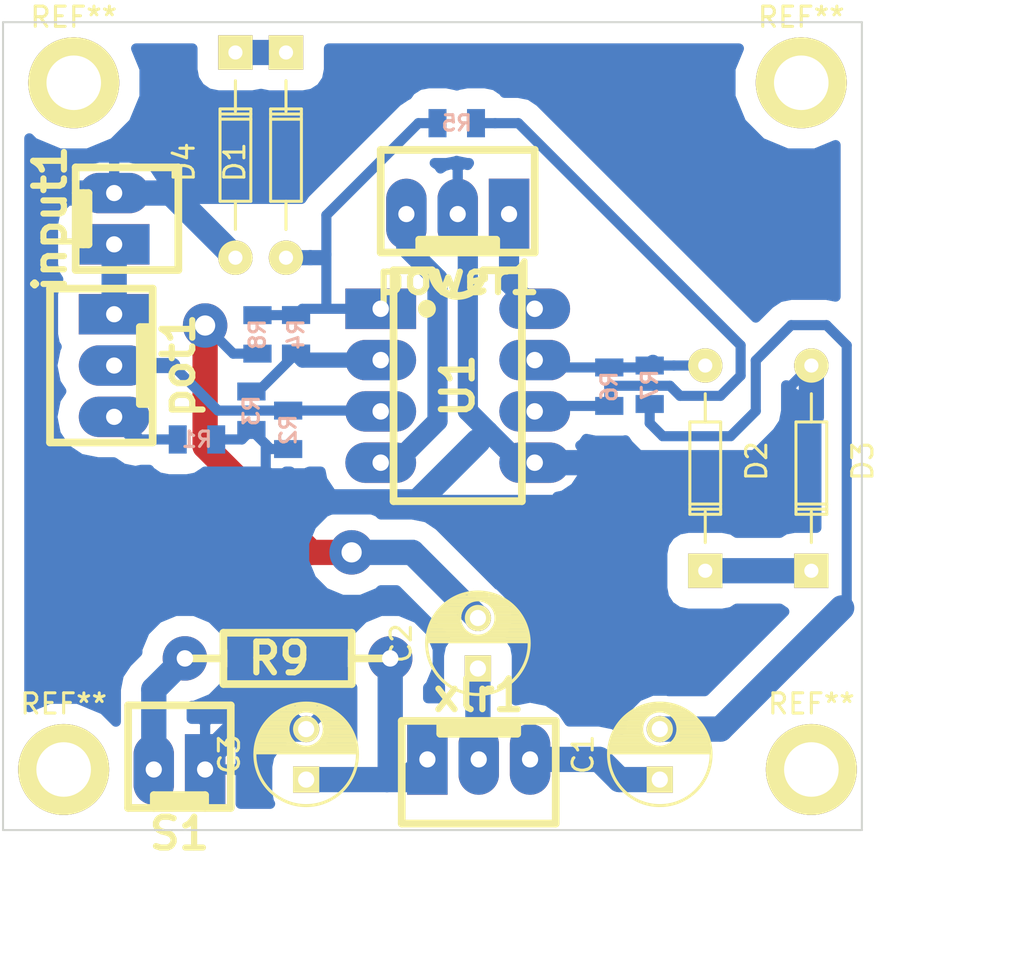
<source format=kicad_pcb>
(kicad_pcb (version 4) (host pcbnew 4.0.0-rc2-stable)

  (general
    (links 35)
    (no_connects 0)
    (area 169.367857 93.625 238.632143 143.700001)
    (thickness 1.6)
    (drawings 8)
    (tracks 127)
    (zones 0)
    (modules 26)
    (nets 19)
  )

  (page A4)
  (layers
    (0 F.Cu signal)
    (31 B.Cu signal)
    (32 B.Adhes user)
    (33 F.Adhes user)
    (34 B.Paste user)
    (35 F.Paste user)
    (36 B.SilkS user)
    (37 F.SilkS user)
    (38 B.Mask user)
    (39 F.Mask user)
    (40 Dwgs.User user)
    (41 Cmts.User user)
    (42 Eco1.User user)
    (43 Eco2.User user hide)
    (44 Edge.Cuts user)
    (45 Margin user)
    (46 B.CrtYd user)
    (47 F.CrtYd user)
    (48 B.Fab user)
    (49 F.Fab user hide)
  )

  (setup
    (last_trace_width 0.25)
    (user_trace_width 0.5)
    (user_trace_width 0.75)
    (user_trace_width 1)
    (user_trace_width 1.25)
    (trace_clearance 0.2)
    (zone_clearance 1)
    (zone_45_only yes)
    (trace_min 0.2)
    (segment_width 0.2)
    (edge_width 0.1)
    (via_size 0.6)
    (via_drill 0.4)
    (via_min_size 0.4)
    (via_min_drill 0.3)
    (user_via 2.2 1)
    (uvia_size 0.3)
    (uvia_drill 0.1)
    (uvias_allowed no)
    (uvia_min_size 0.2)
    (uvia_min_drill 0.1)
    (pcb_text_width 0.3)
    (pcb_text_size 1.5 1.5)
    (mod_edge_width 0.15)
    (mod_text_size 1 1)
    (mod_text_width 0.15)
    (pad_size 1.5 1.5)
    (pad_drill 0.6)
    (pad_to_mask_clearance 0)
    (aux_axis_origin 0 0)
    (visible_elements 7FFEFF7F)
    (pcbplotparams
      (layerselection 0x01000_80000000)
      (usegerberextensions false)
      (excludeedgelayer false)
      (linewidth 0.100000)
      (plotframeref false)
      (viasonmask false)
      (mode 1)
      (useauxorigin false)
      (hpglpennumber 1)
      (hpglpenspeed 20)
      (hpglpendiameter 15)
      (hpglpenoverlay 2)
      (psnegative false)
      (psa4output false)
      (plotreference false)
      (plotvalue false)
      (plotinvisibletext false)
      (padsonsilk false)
      (subtractmaskfromsilk false)
      (outputformat 4)
      (mirror false)
      (drillshape 0)
      (scaleselection 1)
      (outputdirectory ""))
  )

  (net 0 "")
  (net 1 "Net-(C1-Pad1)")
  (net 2 "Net-(C1-Pad2)")
  (net 3 "Net-(C2-Pad1)")
  (net 4 "Net-(C2-Pad2)")
  (net 5 "Net-(C3-Pad1)")
  (net 6 GND)
  (net 7 "Net-(D1-Pad2)")
  (net 8 "Net-(D1-Pad1)")
  (net 9 "Net-(D2-Pad2)")
  (net 10 "Net-(D2-Pad1)")
  (net 11 "Net-(input1-Pad1)")
  (net 12 "Net-(R2-Pad1)")
  (net 13 "Net-(R1-Pad1)")
  (net 14 +V)
  (net 15 -V)
  (net 16 "Net-(R3-Pad1)")
  (net 17 "Net-(R5-Pad1)")
  (net 18 "Net-(R9-Pad1)")

  (net_class Default "This is the default net class."
    (clearance 0.2)
    (trace_width 0.25)
    (via_dia 0.6)
    (via_drill 0.4)
    (uvia_dia 0.3)
    (uvia_drill 0.1)
    (add_net +V)
    (add_net -V)
    (add_net GND)
    (add_net "Net-(C1-Pad1)")
    (add_net "Net-(C1-Pad2)")
    (add_net "Net-(C2-Pad1)")
    (add_net "Net-(C2-Pad2)")
    (add_net "Net-(C3-Pad1)")
    (add_net "Net-(D1-Pad1)")
    (add_net "Net-(D1-Pad2)")
    (add_net "Net-(D2-Pad1)")
    (add_net "Net-(D2-Pad2)")
    (add_net "Net-(R1-Pad1)")
    (add_net "Net-(R2-Pad1)")
    (add_net "Net-(R3-Pad1)")
    (add_net "Net-(R5-Pad1)")
    (add_net "Net-(R9-Pad1)")
    (add_net "Net-(input1-Pad1)")
  )

  (module Capacitors_ThroughHole:C_Radial_D5_L6_P2.5 (layer F.Cu) (tedit 0) (tstamp 56EC438C)
    (at 215 132.5 90)
    (descr "Radial Electrolytic Capacitor Diameter 5mm x Length 6mm, Pitch 2.5mm")
    (tags "Electrolytic Capacitor")
    (path /56EC553D)
    (fp_text reference C1 (at 1.25 -3.8 90) (layer F.SilkS)
      (effects (font (size 1 1) (thickness 0.15)))
    )
    (fp_text value CP (at 1.25 3.8 90) (layer F.Fab)
      (effects (font (size 1 1) (thickness 0.15)))
    )
    (fp_line (start 1.325 -2.499) (end 1.325 2.499) (layer F.SilkS) (width 0.15))
    (fp_line (start 1.465 -2.491) (end 1.465 2.491) (layer F.SilkS) (width 0.15))
    (fp_line (start 1.605 -2.475) (end 1.605 -0.095) (layer F.SilkS) (width 0.15))
    (fp_line (start 1.605 0.095) (end 1.605 2.475) (layer F.SilkS) (width 0.15))
    (fp_line (start 1.745 -2.451) (end 1.745 -0.49) (layer F.SilkS) (width 0.15))
    (fp_line (start 1.745 0.49) (end 1.745 2.451) (layer F.SilkS) (width 0.15))
    (fp_line (start 1.885 -2.418) (end 1.885 -0.657) (layer F.SilkS) (width 0.15))
    (fp_line (start 1.885 0.657) (end 1.885 2.418) (layer F.SilkS) (width 0.15))
    (fp_line (start 2.025 -2.377) (end 2.025 -0.764) (layer F.SilkS) (width 0.15))
    (fp_line (start 2.025 0.764) (end 2.025 2.377) (layer F.SilkS) (width 0.15))
    (fp_line (start 2.165 -2.327) (end 2.165 -0.835) (layer F.SilkS) (width 0.15))
    (fp_line (start 2.165 0.835) (end 2.165 2.327) (layer F.SilkS) (width 0.15))
    (fp_line (start 2.305 -2.266) (end 2.305 -0.879) (layer F.SilkS) (width 0.15))
    (fp_line (start 2.305 0.879) (end 2.305 2.266) (layer F.SilkS) (width 0.15))
    (fp_line (start 2.445 -2.196) (end 2.445 -0.898) (layer F.SilkS) (width 0.15))
    (fp_line (start 2.445 0.898) (end 2.445 2.196) (layer F.SilkS) (width 0.15))
    (fp_line (start 2.585 -2.114) (end 2.585 -0.896) (layer F.SilkS) (width 0.15))
    (fp_line (start 2.585 0.896) (end 2.585 2.114) (layer F.SilkS) (width 0.15))
    (fp_line (start 2.725 -2.019) (end 2.725 -0.871) (layer F.SilkS) (width 0.15))
    (fp_line (start 2.725 0.871) (end 2.725 2.019) (layer F.SilkS) (width 0.15))
    (fp_line (start 2.865 -1.908) (end 2.865 -0.823) (layer F.SilkS) (width 0.15))
    (fp_line (start 2.865 0.823) (end 2.865 1.908) (layer F.SilkS) (width 0.15))
    (fp_line (start 3.005 -1.78) (end 3.005 -0.745) (layer F.SilkS) (width 0.15))
    (fp_line (start 3.005 0.745) (end 3.005 1.78) (layer F.SilkS) (width 0.15))
    (fp_line (start 3.145 -1.631) (end 3.145 -0.628) (layer F.SilkS) (width 0.15))
    (fp_line (start 3.145 0.628) (end 3.145 1.631) (layer F.SilkS) (width 0.15))
    (fp_line (start 3.285 -1.452) (end 3.285 -0.44) (layer F.SilkS) (width 0.15))
    (fp_line (start 3.285 0.44) (end 3.285 1.452) (layer F.SilkS) (width 0.15))
    (fp_line (start 3.425 -1.233) (end 3.425 1.233) (layer F.SilkS) (width 0.15))
    (fp_line (start 3.565 -0.944) (end 3.565 0.944) (layer F.SilkS) (width 0.15))
    (fp_line (start 3.705 -0.472) (end 3.705 0.472) (layer F.SilkS) (width 0.15))
    (fp_circle (center 2.5 0) (end 2.5 -0.9) (layer F.SilkS) (width 0.15))
    (fp_circle (center 1.25 0) (end 1.25 -2.5375) (layer F.SilkS) (width 0.15))
    (fp_circle (center 1.25 0) (end 1.25 -2.8) (layer F.CrtYd) (width 0.05))
    (pad 1 thru_hole rect (at 0 0 90) (size 1.3 1.3) (drill 0.8) (layers *.Cu *.Mask F.SilkS)
      (net 1 "Net-(C1-Pad1)"))
    (pad 2 thru_hole circle (at 2.5 0 90) (size 1.3 1.3) (drill 0.8) (layers *.Cu *.Mask F.SilkS)
      (net 2 "Net-(C1-Pad2)"))
    (model Capacitors_ThroughHole.3dshapes/C_Radial_D5_L6_P2.5.wrl
      (at (xyz 0.0492126 0 0))
      (scale (xyz 1 1 1))
      (rotate (xyz 0 0 90))
    )
  )

  (module Capacitors_ThroughHole:C_Radial_D5_L6_P2.5 (layer F.Cu) (tedit 0) (tstamp 56EC4392)
    (at 206 127 90)
    (descr "Radial Electrolytic Capacitor Diameter 5mm x Length 6mm, Pitch 2.5mm")
    (tags "Electrolytic Capacitor")
    (path /56EC55A6)
    (fp_text reference C2 (at 1.25 -3.8 90) (layer F.SilkS)
      (effects (font (size 1 1) (thickness 0.15)))
    )
    (fp_text value CP (at 1.25 3.8 90) (layer F.Fab)
      (effects (font (size 1 1) (thickness 0.15)))
    )
    (fp_line (start 1.325 -2.499) (end 1.325 2.499) (layer F.SilkS) (width 0.15))
    (fp_line (start 1.465 -2.491) (end 1.465 2.491) (layer F.SilkS) (width 0.15))
    (fp_line (start 1.605 -2.475) (end 1.605 -0.095) (layer F.SilkS) (width 0.15))
    (fp_line (start 1.605 0.095) (end 1.605 2.475) (layer F.SilkS) (width 0.15))
    (fp_line (start 1.745 -2.451) (end 1.745 -0.49) (layer F.SilkS) (width 0.15))
    (fp_line (start 1.745 0.49) (end 1.745 2.451) (layer F.SilkS) (width 0.15))
    (fp_line (start 1.885 -2.418) (end 1.885 -0.657) (layer F.SilkS) (width 0.15))
    (fp_line (start 1.885 0.657) (end 1.885 2.418) (layer F.SilkS) (width 0.15))
    (fp_line (start 2.025 -2.377) (end 2.025 -0.764) (layer F.SilkS) (width 0.15))
    (fp_line (start 2.025 0.764) (end 2.025 2.377) (layer F.SilkS) (width 0.15))
    (fp_line (start 2.165 -2.327) (end 2.165 -0.835) (layer F.SilkS) (width 0.15))
    (fp_line (start 2.165 0.835) (end 2.165 2.327) (layer F.SilkS) (width 0.15))
    (fp_line (start 2.305 -2.266) (end 2.305 -0.879) (layer F.SilkS) (width 0.15))
    (fp_line (start 2.305 0.879) (end 2.305 2.266) (layer F.SilkS) (width 0.15))
    (fp_line (start 2.445 -2.196) (end 2.445 -0.898) (layer F.SilkS) (width 0.15))
    (fp_line (start 2.445 0.898) (end 2.445 2.196) (layer F.SilkS) (width 0.15))
    (fp_line (start 2.585 -2.114) (end 2.585 -0.896) (layer F.SilkS) (width 0.15))
    (fp_line (start 2.585 0.896) (end 2.585 2.114) (layer F.SilkS) (width 0.15))
    (fp_line (start 2.725 -2.019) (end 2.725 -0.871) (layer F.SilkS) (width 0.15))
    (fp_line (start 2.725 0.871) (end 2.725 2.019) (layer F.SilkS) (width 0.15))
    (fp_line (start 2.865 -1.908) (end 2.865 -0.823) (layer F.SilkS) (width 0.15))
    (fp_line (start 2.865 0.823) (end 2.865 1.908) (layer F.SilkS) (width 0.15))
    (fp_line (start 3.005 -1.78) (end 3.005 -0.745) (layer F.SilkS) (width 0.15))
    (fp_line (start 3.005 0.745) (end 3.005 1.78) (layer F.SilkS) (width 0.15))
    (fp_line (start 3.145 -1.631) (end 3.145 -0.628) (layer F.SilkS) (width 0.15))
    (fp_line (start 3.145 0.628) (end 3.145 1.631) (layer F.SilkS) (width 0.15))
    (fp_line (start 3.285 -1.452) (end 3.285 -0.44) (layer F.SilkS) (width 0.15))
    (fp_line (start 3.285 0.44) (end 3.285 1.452) (layer F.SilkS) (width 0.15))
    (fp_line (start 3.425 -1.233) (end 3.425 1.233) (layer F.SilkS) (width 0.15))
    (fp_line (start 3.565 -0.944) (end 3.565 0.944) (layer F.SilkS) (width 0.15))
    (fp_line (start 3.705 -0.472) (end 3.705 0.472) (layer F.SilkS) (width 0.15))
    (fp_circle (center 2.5 0) (end 2.5 -0.9) (layer F.SilkS) (width 0.15))
    (fp_circle (center 1.25 0) (end 1.25 -2.5375) (layer F.SilkS) (width 0.15))
    (fp_circle (center 1.25 0) (end 1.25 -2.8) (layer F.CrtYd) (width 0.05))
    (pad 1 thru_hole rect (at 0 0 90) (size 1.3 1.3) (drill 0.8) (layers *.Cu *.Mask F.SilkS)
      (net 3 "Net-(C2-Pad1)"))
    (pad 2 thru_hole circle (at 2.5 0 90) (size 1.3 1.3) (drill 0.8) (layers *.Cu *.Mask F.SilkS)
      (net 4 "Net-(C2-Pad2)"))
    (model Capacitors_ThroughHole.3dshapes/C_Radial_D5_L6_P2.5.wrl
      (at (xyz 0.0492126 0 0))
      (scale (xyz 1 1 1))
      (rotate (xyz 0 0 90))
    )
  )

  (module Capacitors_ThroughHole:C_Radial_D5_L6_P2.5 (layer F.Cu) (tedit 0) (tstamp 56EC4398)
    (at 197.5 132.5 90)
    (descr "Radial Electrolytic Capacitor Diameter 5mm x Length 6mm, Pitch 2.5mm")
    (tags "Electrolytic Capacitor")
    (path /56EC84E8)
    (fp_text reference C3 (at 1.25 -3.8 90) (layer F.SilkS)
      (effects (font (size 1 1) (thickness 0.15)))
    )
    (fp_text value C (at 1.25 3.8 90) (layer F.Fab)
      (effects (font (size 1 1) (thickness 0.15)))
    )
    (fp_line (start 1.325 -2.499) (end 1.325 2.499) (layer F.SilkS) (width 0.15))
    (fp_line (start 1.465 -2.491) (end 1.465 2.491) (layer F.SilkS) (width 0.15))
    (fp_line (start 1.605 -2.475) (end 1.605 -0.095) (layer F.SilkS) (width 0.15))
    (fp_line (start 1.605 0.095) (end 1.605 2.475) (layer F.SilkS) (width 0.15))
    (fp_line (start 1.745 -2.451) (end 1.745 -0.49) (layer F.SilkS) (width 0.15))
    (fp_line (start 1.745 0.49) (end 1.745 2.451) (layer F.SilkS) (width 0.15))
    (fp_line (start 1.885 -2.418) (end 1.885 -0.657) (layer F.SilkS) (width 0.15))
    (fp_line (start 1.885 0.657) (end 1.885 2.418) (layer F.SilkS) (width 0.15))
    (fp_line (start 2.025 -2.377) (end 2.025 -0.764) (layer F.SilkS) (width 0.15))
    (fp_line (start 2.025 0.764) (end 2.025 2.377) (layer F.SilkS) (width 0.15))
    (fp_line (start 2.165 -2.327) (end 2.165 -0.835) (layer F.SilkS) (width 0.15))
    (fp_line (start 2.165 0.835) (end 2.165 2.327) (layer F.SilkS) (width 0.15))
    (fp_line (start 2.305 -2.266) (end 2.305 -0.879) (layer F.SilkS) (width 0.15))
    (fp_line (start 2.305 0.879) (end 2.305 2.266) (layer F.SilkS) (width 0.15))
    (fp_line (start 2.445 -2.196) (end 2.445 -0.898) (layer F.SilkS) (width 0.15))
    (fp_line (start 2.445 0.898) (end 2.445 2.196) (layer F.SilkS) (width 0.15))
    (fp_line (start 2.585 -2.114) (end 2.585 -0.896) (layer F.SilkS) (width 0.15))
    (fp_line (start 2.585 0.896) (end 2.585 2.114) (layer F.SilkS) (width 0.15))
    (fp_line (start 2.725 -2.019) (end 2.725 -0.871) (layer F.SilkS) (width 0.15))
    (fp_line (start 2.725 0.871) (end 2.725 2.019) (layer F.SilkS) (width 0.15))
    (fp_line (start 2.865 -1.908) (end 2.865 -0.823) (layer F.SilkS) (width 0.15))
    (fp_line (start 2.865 0.823) (end 2.865 1.908) (layer F.SilkS) (width 0.15))
    (fp_line (start 3.005 -1.78) (end 3.005 -0.745) (layer F.SilkS) (width 0.15))
    (fp_line (start 3.005 0.745) (end 3.005 1.78) (layer F.SilkS) (width 0.15))
    (fp_line (start 3.145 -1.631) (end 3.145 -0.628) (layer F.SilkS) (width 0.15))
    (fp_line (start 3.145 0.628) (end 3.145 1.631) (layer F.SilkS) (width 0.15))
    (fp_line (start 3.285 -1.452) (end 3.285 -0.44) (layer F.SilkS) (width 0.15))
    (fp_line (start 3.285 0.44) (end 3.285 1.452) (layer F.SilkS) (width 0.15))
    (fp_line (start 3.425 -1.233) (end 3.425 1.233) (layer F.SilkS) (width 0.15))
    (fp_line (start 3.565 -0.944) (end 3.565 0.944) (layer F.SilkS) (width 0.15))
    (fp_line (start 3.705 -0.472) (end 3.705 0.472) (layer F.SilkS) (width 0.15))
    (fp_circle (center 2.5 0) (end 2.5 -0.9) (layer F.SilkS) (width 0.15))
    (fp_circle (center 1.25 0) (end 1.25 -2.5375) (layer F.SilkS) (width 0.15))
    (fp_circle (center 1.25 0) (end 1.25 -2.8) (layer F.CrtYd) (width 0.05))
    (pad 1 thru_hole rect (at 0 0 90) (size 1.3 1.3) (drill 0.8) (layers *.Cu *.Mask F.SilkS)
      (net 5 "Net-(C3-Pad1)"))
    (pad 2 thru_hole circle (at 2.5 0 90) (size 1.3 1.3) (drill 0.8) (layers *.Cu *.Mask F.SilkS)
      (net 6 GND))
    (model Capacitors_ThroughHole.3dshapes/C_Radial_D5_L6_P2.5.wrl
      (at (xyz 0.0492126 0 0))
      (scale (xyz 1 1 1))
      (rotate (xyz 0 0 90))
    )
  )

  (module Diodes_ThroughHole:Diode_DO-35_SOD27_Horizontal_RM10 (layer F.Cu) (tedit 552FFC30) (tstamp 56EC439E)
    (at 196.5 96.5 270)
    (descr "Diode, DO-35,  SOD27, Horizontal, RM 10mm")
    (tags "Diode, DO-35, SOD27, Horizontal, RM 10mm, 1N4148,")
    (path /56EC6565)
    (fp_text reference D1 (at 5.43052 2.53746 270) (layer F.SilkS)
      (effects (font (size 1 1) (thickness 0.15)))
    )
    (fp_text value ZENERsmall (at 4.41452 -3.55854 270) (layer F.Fab)
      (effects (font (size 1 1) (thickness 0.15)))
    )
    (fp_line (start 7.36652 -0.00254) (end 8.76352 -0.00254) (layer F.SilkS) (width 0.15))
    (fp_line (start 2.92152 -0.00254) (end 1.39752 -0.00254) (layer F.SilkS) (width 0.15))
    (fp_line (start 3.30252 -0.76454) (end 3.30252 0.75946) (layer F.SilkS) (width 0.15))
    (fp_line (start 3.04852 -0.76454) (end 3.04852 0.75946) (layer F.SilkS) (width 0.15))
    (fp_line (start 2.79452 -0.00254) (end 2.79452 0.75946) (layer F.SilkS) (width 0.15))
    (fp_line (start 2.79452 0.75946) (end 7.36652 0.75946) (layer F.SilkS) (width 0.15))
    (fp_line (start 7.36652 0.75946) (end 7.36652 -0.76454) (layer F.SilkS) (width 0.15))
    (fp_line (start 7.36652 -0.76454) (end 2.79452 -0.76454) (layer F.SilkS) (width 0.15))
    (fp_line (start 2.79452 -0.76454) (end 2.79452 -0.00254) (layer F.SilkS) (width 0.15))
    (pad 2 thru_hole circle (at 10.16052 -0.00254 90) (size 1.69926 1.69926) (drill 0.70104) (layers *.Cu *.Mask F.SilkS)
      (net 7 "Net-(D1-Pad2)"))
    (pad 1 thru_hole rect (at 0.00052 -0.00254 90) (size 1.69926 1.69926) (drill 0.70104) (layers *.Cu *.Mask F.SilkS)
      (net 8 "Net-(D1-Pad1)"))
    (model Diodes_ThroughHole.3dshapes/Diode_DO-35_SOD27_Horizontal_RM10.wrl
      (at (xyz 0.2 0 0))
      (scale (xyz 0.4 0.4 0.4))
      (rotate (xyz 0 0 180))
    )
  )

  (module Diodes_ThroughHole:Diode_DO-35_SOD27_Horizontal_RM10 (layer F.Cu) (tedit 552FFC30) (tstamp 56EC43A4)
    (at 217.25254 122.16052 90)
    (descr "Diode, DO-35,  SOD27, Horizontal, RM 10mm")
    (tags "Diode, DO-35, SOD27, Horizontal, RM 10mm, 1N4148,")
    (path /56EC661F)
    (fp_text reference D2 (at 5.43052 2.53746 90) (layer F.SilkS)
      (effects (font (size 1 1) (thickness 0.15)))
    )
    (fp_text value ZENERsmall (at 4.41452 -3.55854 90) (layer F.Fab)
      (effects (font (size 1 1) (thickness 0.15)))
    )
    (fp_line (start 7.36652 -0.00254) (end 8.76352 -0.00254) (layer F.SilkS) (width 0.15))
    (fp_line (start 2.92152 -0.00254) (end 1.39752 -0.00254) (layer F.SilkS) (width 0.15))
    (fp_line (start 3.30252 -0.76454) (end 3.30252 0.75946) (layer F.SilkS) (width 0.15))
    (fp_line (start 3.04852 -0.76454) (end 3.04852 0.75946) (layer F.SilkS) (width 0.15))
    (fp_line (start 2.79452 -0.00254) (end 2.79452 0.75946) (layer F.SilkS) (width 0.15))
    (fp_line (start 2.79452 0.75946) (end 7.36652 0.75946) (layer F.SilkS) (width 0.15))
    (fp_line (start 7.36652 0.75946) (end 7.36652 -0.76454) (layer F.SilkS) (width 0.15))
    (fp_line (start 7.36652 -0.76454) (end 2.79452 -0.76454) (layer F.SilkS) (width 0.15))
    (fp_line (start 2.79452 -0.76454) (end 2.79452 -0.00254) (layer F.SilkS) (width 0.15))
    (pad 2 thru_hole circle (at 10.16052 -0.00254 270) (size 1.69926 1.69926) (drill 0.70104) (layers *.Cu *.Mask F.SilkS)
      (net 9 "Net-(D2-Pad2)"))
    (pad 1 thru_hole rect (at 0.00052 -0.00254 270) (size 1.69926 1.69926) (drill 0.70104) (layers *.Cu *.Mask F.SilkS)
      (net 10 "Net-(D2-Pad1)"))
    (model Diodes_ThroughHole.3dshapes/Diode_DO-35_SOD27_Horizontal_RM10.wrl
      (at (xyz 0.2 0 0))
      (scale (xyz 0.4 0.4 0.4))
      (rotate (xyz 0 0 180))
    )
  )

  (module Diodes_ThroughHole:Diode_DO-35_SOD27_Horizontal_RM10 (layer F.Cu) (tedit 552FFC30) (tstamp 56EC43AA)
    (at 222.50254 122.16052 90)
    (descr "Diode, DO-35,  SOD27, Horizontal, RM 10mm")
    (tags "Diode, DO-35, SOD27, Horizontal, RM 10mm, 1N4148,")
    (path /56EC65C2)
    (fp_text reference D3 (at 5.43052 2.53746 90) (layer F.SilkS)
      (effects (font (size 1 1) (thickness 0.15)))
    )
    (fp_text value ZENERsmall (at 4.41452 -3.55854 90) (layer F.Fab)
      (effects (font (size 1 1) (thickness 0.15)))
    )
    (fp_line (start 7.36652 -0.00254) (end 8.76352 -0.00254) (layer F.SilkS) (width 0.15))
    (fp_line (start 2.92152 -0.00254) (end 1.39752 -0.00254) (layer F.SilkS) (width 0.15))
    (fp_line (start 3.30252 -0.76454) (end 3.30252 0.75946) (layer F.SilkS) (width 0.15))
    (fp_line (start 3.04852 -0.76454) (end 3.04852 0.75946) (layer F.SilkS) (width 0.15))
    (fp_line (start 2.79452 -0.00254) (end 2.79452 0.75946) (layer F.SilkS) (width 0.15))
    (fp_line (start 2.79452 0.75946) (end 7.36652 0.75946) (layer F.SilkS) (width 0.15))
    (fp_line (start 7.36652 0.75946) (end 7.36652 -0.76454) (layer F.SilkS) (width 0.15))
    (fp_line (start 7.36652 -0.76454) (end 2.79452 -0.76454) (layer F.SilkS) (width 0.15))
    (fp_line (start 2.79452 -0.76454) (end 2.79452 -0.00254) (layer F.SilkS) (width 0.15))
    (pad 2 thru_hole circle (at 10.16052 -0.00254 270) (size 1.69926 1.69926) (drill 0.70104) (layers *.Cu *.Mask F.SilkS)
      (net 6 GND))
    (pad 1 thru_hole rect (at 0.00052 -0.00254 270) (size 1.69926 1.69926) (drill 0.70104) (layers *.Cu *.Mask F.SilkS)
      (net 10 "Net-(D2-Pad1)"))
    (model Diodes_ThroughHole.3dshapes/Diode_DO-35_SOD27_Horizontal_RM10.wrl
      (at (xyz 0.2 0 0))
      (scale (xyz 0.4 0.4 0.4))
      (rotate (xyz 0 0 180))
    )
  )

  (module Diodes_ThroughHole:Diode_DO-35_SOD27_Horizontal_RM10 (layer F.Cu) (tedit 552FFC30) (tstamp 56EC43B0)
    (at 193.99746 96.49948 270)
    (descr "Diode, DO-35,  SOD27, Horizontal, RM 10mm")
    (tags "Diode, DO-35, SOD27, Horizontal, RM 10mm, 1N4148,")
    (path /56EC64FE)
    (fp_text reference D4 (at 5.43052 2.53746 270) (layer F.SilkS)
      (effects (font (size 1 1) (thickness 0.15)))
    )
    (fp_text value ZENERsmall (at 4.41452 -3.55854 270) (layer F.Fab)
      (effects (font (size 1 1) (thickness 0.15)))
    )
    (fp_line (start 7.36652 -0.00254) (end 8.76352 -0.00254) (layer F.SilkS) (width 0.15))
    (fp_line (start 2.92152 -0.00254) (end 1.39752 -0.00254) (layer F.SilkS) (width 0.15))
    (fp_line (start 3.30252 -0.76454) (end 3.30252 0.75946) (layer F.SilkS) (width 0.15))
    (fp_line (start 3.04852 -0.76454) (end 3.04852 0.75946) (layer F.SilkS) (width 0.15))
    (fp_line (start 2.79452 -0.00254) (end 2.79452 0.75946) (layer F.SilkS) (width 0.15))
    (fp_line (start 2.79452 0.75946) (end 7.36652 0.75946) (layer F.SilkS) (width 0.15))
    (fp_line (start 7.36652 0.75946) (end 7.36652 -0.76454) (layer F.SilkS) (width 0.15))
    (fp_line (start 7.36652 -0.76454) (end 2.79452 -0.76454) (layer F.SilkS) (width 0.15))
    (fp_line (start 2.79452 -0.76454) (end 2.79452 -0.00254) (layer F.SilkS) (width 0.15))
    (pad 2 thru_hole circle (at 10.16052 -0.00254 90) (size 1.69926 1.69926) (drill 0.70104) (layers *.Cu *.Mask F.SilkS)
      (net 6 GND))
    (pad 1 thru_hole rect (at 0.00052 -0.00254 90) (size 1.69926 1.69926) (drill 0.70104) (layers *.Cu *.Mask F.SilkS)
      (net 8 "Net-(D1-Pad1)"))
    (model Diodes_ThroughHole.3dshapes/Diode_DO-35_SOD27_Horizontal_RM10.wrl
      (at (xyz 0.2 0 0))
      (scale (xyz 0.4 0.4 0.4))
      (rotate (xyz 0 0 180))
    )
  )

  (module Konektori:K_2X1_VERT_KV_R2,54 (layer F.Cu) (tedit 4D63AB52) (tstamp 56EC43B6)
    (at 188 104.73 90)
    (descr "Konektor 2x1 vertikalni sa kvačicom. Raster = 2,54. Molex model: 6373.")
    (path /56EC36EE)
    (fp_text reference input1 (at 0 -3.175 90) (layer F.SilkS)
      (effects (font (thickness 0.3048)))
    )
    (fp_text value CONN_01X02 (at 0 4.445 90) (layer F.SilkS) hide
      (effects (font (thickness 0.3048)))
    )
    (fp_line (start 1.27 -1.778) (end -1.27 -1.778) (layer F.SilkS) (width 0.381))
    (fp_line (start -1.27 -1.524) (end 1.27 -1.524) (layer F.SilkS) (width 0.381))
    (fp_line (start -1.27 -1.905) (end -1.27 -1.27) (layer F.SilkS) (width 0.381))
    (fp_line (start -1.27 -1.27) (end 1.27 -1.27) (layer F.SilkS) (width 0.381))
    (fp_line (start 1.27 -1.27) (end 1.27 -1.905) (layer F.SilkS) (width 0.381))
    (fp_line (start -2.54 3.175) (end 2.54 3.175) (layer F.SilkS) (width 0.381))
    (fp_line (start -2.54 -1.905) (end 2.54 -1.905) (layer F.SilkS) (width 0.381))
    (fp_line (start 2.54 -1.905) (end 2.54 3.175) (layer F.SilkS) (width 0.381))
    (fp_line (start -2.54 3.175) (end -2.54 -1.905) (layer F.SilkS) (width 0.381))
    (pad 1 thru_hole rect (at -1.27 0 90) (size 1.99898 3.50012) (drill 0.8001) (layers *.Cu)
      (net 11 "Net-(input1-Pad1)"))
    (pad 2 thru_hole oval (at 1.27 0 90) (size 1.99898 3.50012) (drill 0.8001) (layers *.Cu)
      (net 6 GND))
    (model pin_array/pins_array_2x1.wrl
      (at (xyz 0 0 0))
      (scale (xyz 1 1 1))
      (rotate (xyz 0 0 0))
    )
  )

  (module Konektori:K_3X1_VERT_KV_R2,54 (layer F.Cu) (tedit 50106C9F) (tstamp 56EC43BD)
    (at 188 112 270)
    (descr "Konektor 3x1 vertikalni sa kvačicom. Raster = 2,54. Molex model: 6373.")
    (path /56EC3729)
    (fp_text reference pot1 (at 0 -3.175 270) (layer F.SilkS)
      (effects (font (thickness 0.3048)))
    )
    (fp_text value POT (at 0 4.445 270) (layer F.SilkS) hide
      (effects (font (thickness 0.3048)))
    )
    (fp_line (start 1.778 -1.778) (end -1.778 -1.778) (layer F.SilkS) (width 0.381))
    (fp_line (start -1.778 -1.524) (end 1.778 -1.524) (layer F.SilkS) (width 0.381))
    (fp_line (start -1.905 -1.905) (end -1.905 -1.27) (layer F.SilkS) (width 0.381))
    (fp_line (start -1.905 -1.27) (end 1.905 -1.27) (layer F.SilkS) (width 0.381))
    (fp_line (start 1.905 -1.27) (end 1.905 -1.905) (layer F.SilkS) (width 0.381))
    (fp_line (start -3.81 3.175) (end -3.81 -1.905) (layer F.SilkS) (width 0.381))
    (fp_line (start 3.81 -1.905) (end 3.81 3.175) (layer F.SilkS) (width 0.381))
    (fp_line (start -3.81 -1.905) (end 3.81 -1.905) (layer F.SilkS) (width 0.381))
    (fp_line (start -3.81 3.175) (end 3.81 3.175) (layer F.SilkS) (width 0.381))
    (pad 1 thru_hole rect (at -2.54 0 270) (size 1.99898 3.50012) (drill 0.8001) (layers *.Cu)
      (net 11 "Net-(input1-Pad1)"))
    (pad 2 thru_hole oval (at 0 0 270) (size 1.99898 3.50012) (drill 0.8001) (layers *.Cu)
      (net 12 "Net-(R2-Pad1)"))
    (pad 3 thru_hole oval (at 2.54 0 270) (size 1.99898 3.50012) (drill 0.8001) (layers *.Cu)
      (net 13 "Net-(R1-Pad1)"))
    (model pin_array/pins_array_3x1.wrl
      (at (xyz 0 0 0))
      (scale (xyz 1 1 1))
      (rotate (xyz 0 0 0))
    )
  )

  (module Konektori:K_3X1_VERT_KV_R2,54 (layer F.Cu) (tedit 50106C9F) (tstamp 56EC43C4)
    (at 205 104.5 180)
    (descr "Konektor 3x1 vertikalni sa kvačicom. Raster = 2,54. Molex model: 6373.")
    (path /56ECA2A9)
    (fp_text reference power1 (at 0 -3.175 180) (layer F.SilkS)
      (effects (font (thickness 0.3048)))
    )
    (fp_text value K_3X1 (at 0 4.445 180) (layer F.SilkS) hide
      (effects (font (thickness 0.3048)))
    )
    (fp_line (start 1.778 -1.778) (end -1.778 -1.778) (layer F.SilkS) (width 0.381))
    (fp_line (start -1.778 -1.524) (end 1.778 -1.524) (layer F.SilkS) (width 0.381))
    (fp_line (start -1.905 -1.905) (end -1.905 -1.27) (layer F.SilkS) (width 0.381))
    (fp_line (start -1.905 -1.27) (end 1.905 -1.27) (layer F.SilkS) (width 0.381))
    (fp_line (start 1.905 -1.27) (end 1.905 -1.905) (layer F.SilkS) (width 0.381))
    (fp_line (start -3.81 3.175) (end -3.81 -1.905) (layer F.SilkS) (width 0.381))
    (fp_line (start 3.81 -1.905) (end 3.81 3.175) (layer F.SilkS) (width 0.381))
    (fp_line (start -3.81 -1.905) (end 3.81 -1.905) (layer F.SilkS) (width 0.381))
    (fp_line (start -3.81 3.175) (end 3.81 3.175) (layer F.SilkS) (width 0.381))
    (pad 1 thru_hole rect (at -2.54 0 180) (size 1.99898 3.50012) (drill 0.8001) (layers *.Cu)
      (net 14 +V))
    (pad 2 thru_hole oval (at 0 0 180) (size 1.99898 3.50012) (drill 0.8001) (layers *.Cu)
      (net 6 GND))
    (pad 3 thru_hole oval (at 2.54 0 180) (size 1.99898 3.50012) (drill 0.8001) (layers *.Cu)
      (net 15 -V))
    (model pin_array/pins_array_3x1.wrl
      (at (xyz 0 0 0))
      (scale (xyz 1 1 1))
      (rotate (xyz 0 0 0))
    )
  )

  (module "Elektronicki elementi:R_SMD_0805_NoSilk" (layer B.Cu) (tedit 53A2E750) (tstamp 56EC43CA)
    (at 192.0975 115.66)
    (path /56EC383D)
    (attr smd)
    (fp_text reference R1 (at 0 0) (layer B.SilkS)
      (effects (font (size 0.762 0.762) (thickness 0.1524)) (justify mirror))
    )
    (fp_text value R (at 0 0) (layer B.SilkS) hide
      (effects (font (size 0.635 0.635) (thickness 0.127)) (justify mirror))
    )
    (pad 1 smd rect (at -0.9525 0) (size 0.889 1.397) (layers B.Cu B.Paste B.Mask)
      (net 13 "Net-(R1-Pad1)"))
    (pad 2 smd rect (at 0.9525 0) (size 0.889 1.397) (layers B.Cu B.Paste B.Mask)
      (net 6 GND))
    (model smd/chip_cms.wrl
      (at (xyz 0 0 0))
      (scale (xyz 0.1 0.1 0.1))
      (rotate (xyz 0 0 0))
    )
  )

  (module "Elektronicki elementi:R_SMD_0805_NoSilk" (layer B.Cu) (tedit 53A2E750) (tstamp 56EC43D0)
    (at 196.61 115.1825 270)
    (path /56EC38B6)
    (attr smd)
    (fp_text reference R2 (at 0 0 270) (layer B.SilkS)
      (effects (font (size 0.762 0.762) (thickness 0.1524)) (justify mirror))
    )
    (fp_text value R (at 0 0 270) (layer B.SilkS) hide
      (effects (font (size 0.635 0.635) (thickness 0.127)) (justify mirror))
    )
    (pad 1 smd rect (at -0.9525 0 270) (size 0.889 1.397) (layers B.Cu B.Paste B.Mask)
      (net 12 "Net-(R2-Pad1)"))
    (pad 2 smd rect (at 0.9525 0 270) (size 0.889 1.397) (layers B.Cu B.Paste B.Mask)
      (net 6 GND))
    (model smd/chip_cms.wrl
      (at (xyz 0 0 0))
      (scale (xyz 0.1 0.1 0.1))
      (rotate (xyz 0 0 0))
    )
  )

  (module "Elektronicki elementi:R_SMD_0805_NoSilk" (layer B.Cu) (tedit 53A2E750) (tstamp 56EC43D6)
    (at 194.79 114.2375 270)
    (path /56EC390F)
    (attr smd)
    (fp_text reference R3 (at 0 0 270) (layer B.SilkS)
      (effects (font (size 0.762 0.762) (thickness 0.1524)) (justify mirror))
    )
    (fp_text value R (at 0 0 270) (layer B.SilkS) hide
      (effects (font (size 0.635 0.635) (thickness 0.127)) (justify mirror))
    )
    (pad 1 smd rect (at -0.9525 0 270) (size 0.889 1.397) (layers B.Cu B.Paste B.Mask)
      (net 16 "Net-(R3-Pad1)"))
    (pad 2 smd rect (at 0.9525 0 270) (size 0.889 1.397) (layers B.Cu B.Paste B.Mask)
      (net 6 GND))
    (model smd/chip_cms.wrl
      (at (xyz 0 0 0))
      (scale (xyz 0.1 0.1 0.1))
      (rotate (xyz 0 0 0))
    )
  )

  (module "Elektronicki elementi:R_SMD_0805_NoSilk" (layer B.Cu) (tedit 53A2E750) (tstamp 56EC43DC)
    (at 197 110.4525 270)
    (path /56EC3970)
    (attr smd)
    (fp_text reference R4 (at 0 0 270) (layer B.SilkS)
      (effects (font (size 0.762 0.762) (thickness 0.1524)) (justify mirror))
    )
    (fp_text value R (at 0 0 270) (layer B.SilkS) hide
      (effects (font (size 0.635 0.635) (thickness 0.127)) (justify mirror))
    )
    (pad 1 smd rect (at -0.9525 0 270) (size 0.889 1.397) (layers B.Cu B.Paste B.Mask)
      (net 7 "Net-(D1-Pad2)"))
    (pad 2 smd rect (at 0.9525 0 270) (size 0.889 1.397) (layers B.Cu B.Paste B.Mask)
      (net 16 "Net-(R3-Pad1)"))
    (model smd/chip_cms.wrl
      (at (xyz 0 0 0))
      (scale (xyz 0.1 0.1 0.1))
      (rotate (xyz 0 0 0))
    )
  )

  (module "Elektronicki elementi:R_SMD_0805_NoSilk" (layer B.Cu) (tedit 53A2E750) (tstamp 56EC43E2)
    (at 204.9525 100 180)
    (path /56EC3CF6)
    (attr smd)
    (fp_text reference R5 (at 0 0 180) (layer B.SilkS)
      (effects (font (size 0.762 0.762) (thickness 0.1524)) (justify mirror))
    )
    (fp_text value R_Small (at 0 0 180) (layer B.SilkS) hide
      (effects (font (size 0.635 0.635) (thickness 0.127)) (justify mirror))
    )
    (pad 1 smd rect (at -0.9525 0 180) (size 0.889 1.397) (layers B.Cu B.Paste B.Mask)
      (net 17 "Net-(R5-Pad1)"))
    (pad 2 smd rect (at 0.9525 0 180) (size 0.889 1.397) (layers B.Cu B.Paste B.Mask)
      (net 7 "Net-(D1-Pad2)"))
    (model smd/chip_cms.wrl
      (at (xyz 0 0 0))
      (scale (xyz 0.1 0.1 0.1))
      (rotate (xyz 0 0 0))
    )
  )

  (module "Elektronicki elementi:R_SMD_0805_NoSilk" (layer B.Cu) (tedit 53A2E750) (tstamp 56EC43E8)
    (at 212.5 113.0475 270)
    (path /56EC3D64)
    (attr smd)
    (fp_text reference R6 (at 0 0 270) (layer B.SilkS)
      (effects (font (size 0.762 0.762) (thickness 0.1524)) (justify mirror))
    )
    (fp_text value R_Small (at 0 0 270) (layer B.SilkS) hide
      (effects (font (size 0.635 0.635) (thickness 0.127)) (justify mirror))
    )
    (pad 1 smd rect (at -0.9525 0 270) (size 0.889 1.397) (layers B.Cu B.Paste B.Mask)
      (net 9 "Net-(D2-Pad2)"))
    (pad 2 smd rect (at 0.9525 0 270) (size 0.889 1.397) (layers B.Cu B.Paste B.Mask)
      (net 17 "Net-(R5-Pad1)"))
    (model smd/chip_cms.wrl
      (at (xyz 0 0 0))
      (scale (xyz 0.1 0.1 0.1))
      (rotate (xyz 0 0 0))
    )
  )

  (module "Elektronicki elementi:R_SMD_0805_NoSilk" (layer B.Cu) (tedit 53A2E750) (tstamp 56EC43EE)
    (at 214.5 112.9525 90)
    (path /56EC3E89)
    (attr smd)
    (fp_text reference R7 (at 0 0 90) (layer B.SilkS)
      (effects (font (size 0.762 0.762) (thickness 0.1524)) (justify mirror))
    )
    (fp_text value R_Small (at 0 0 90) (layer B.SilkS) hide
      (effects (font (size 0.635 0.635) (thickness 0.127)) (justify mirror))
    )
    (pad 1 smd rect (at -0.9525 0 90) (size 0.889 1.397) (layers B.Cu B.Paste B.Mask)
      (net 2 "Net-(C1-Pad2)"))
    (pad 2 smd rect (at 0.9525 0 90) (size 0.889 1.397) (layers B.Cu B.Paste B.Mask)
      (net 9 "Net-(D2-Pad2)"))
    (model smd/chip_cms.wrl
      (at (xyz 0 0 0))
      (scale (xyz 0.1 0.1 0.1))
      (rotate (xyz 0 0 0))
    )
  )

  (module "Elektronicki elementi:R_SMD_0805_NoSilk" (layer B.Cu) (tedit 53A2E750) (tstamp 56EC43F4)
    (at 195.09 110.4575 90)
    (path /56EC3EE4)
    (attr smd)
    (fp_text reference R8 (at 0 0 90) (layer B.SilkS)
      (effects (font (size 0.762 0.762) (thickness 0.1524)) (justify mirror))
    )
    (fp_text value R_Small (at 0 0 90) (layer B.SilkS) hide
      (effects (font (size 0.635 0.635) (thickness 0.127)) (justify mirror))
    )
    (pad 1 smd rect (at -0.9525 0 90) (size 0.889 1.397) (layers B.Cu B.Paste B.Mask)
      (net 4 "Net-(C2-Pad2)"))
    (pad 2 smd rect (at 0.9525 0 90) (size 0.889 1.397) (layers B.Cu B.Paste B.Mask)
      (net 7 "Net-(D1-Pad2)"))
    (model smd/chip_cms.wrl
      (at (xyz 0 0 0))
      (scale (xyz 0.1 0.1 0.1))
      (rotate (xyz 0 0 0))
    )
  )

  (module "Elektronicki elementi:R_MF_0,6W_R10" (layer F.Cu) (tedit 5355750D) (tstamp 56EC43FA)
    (at 196.58 126.5)
    (descr "Otpornik metalfilm 0,6W. Raster = 10,16.")
    (path /56EC3F47)
    (fp_text reference R9 (at -0.42 0) (layer F.SilkS)
      (effects (font (thickness 0.3048)))
    )
    (fp_text value R_Small (at 0 2.54) (layer F.SilkS) hide
      (effects (font (thickness 0.3048)))
    )
    (fp_line (start 3.175 0) (end 5.08 0) (layer F.SilkS) (width 0.381))
    (fp_line (start -5.08 0) (end -3.175 0) (layer F.SilkS) (width 0.381))
    (fp_line (start -3.175 -1.27) (end -3.175 1.27) (layer F.SilkS) (width 0.381))
    (fp_line (start -3.175 1.27) (end 3.175 1.27) (layer F.SilkS) (width 0.381))
    (fp_line (start 3.175 1.27) (end 3.175 -1.27) (layer F.SilkS) (width 0.381))
    (fp_line (start 3.175 -1.27) (end -3.175 -1.27) (layer F.SilkS) (width 0.381))
    (pad 1 thru_hole circle (at -5.08 0) (size 2.19964 2.19964) (drill 0.8128) (layers *.Cu *.Mask)
      (net 18 "Net-(R9-Pad1)"))
    (pad 2 thru_hole circle (at 5.08 0) (size 2.19964 2.19964) (drill 0.8128) (layers *.Cu *.Mask)
      (net 5 "Net-(C3-Pad1)"))
    (model discret/resistor.wrl
      (at (xyz 0 0 0))
      (scale (xyz 0.4 0.4 0.4))
      (rotate (xyz 0 0 0))
    )
  )

  (module Konektori:K_2X1_VERT_KV_R2,54 (layer F.Cu) (tedit 4D63AB52) (tstamp 56EC4400)
    (at 191.23 132 180)
    (descr "Konektor 2x1 vertikalni sa kvačicom. Raster = 2,54. Molex model: 6373.")
    (path /56ECCB51)
    (fp_text reference S1 (at 0 -3.175 180) (layer F.SilkS)
      (effects (font (thickness 0.3048)))
    )
    (fp_text value S_1 (at 0 4.445 180) (layer F.SilkS) hide
      (effects (font (thickness 0.3048)))
    )
    (fp_line (start 1.27 -1.778) (end -1.27 -1.778) (layer F.SilkS) (width 0.381))
    (fp_line (start -1.27 -1.524) (end 1.27 -1.524) (layer F.SilkS) (width 0.381))
    (fp_line (start -1.27 -1.905) (end -1.27 -1.27) (layer F.SilkS) (width 0.381))
    (fp_line (start -1.27 -1.27) (end 1.27 -1.27) (layer F.SilkS) (width 0.381))
    (fp_line (start 1.27 -1.27) (end 1.27 -1.905) (layer F.SilkS) (width 0.381))
    (fp_line (start -2.54 3.175) (end 2.54 3.175) (layer F.SilkS) (width 0.381))
    (fp_line (start -2.54 -1.905) (end 2.54 -1.905) (layer F.SilkS) (width 0.381))
    (fp_line (start 2.54 -1.905) (end 2.54 3.175) (layer F.SilkS) (width 0.381))
    (fp_line (start -2.54 3.175) (end -2.54 -1.905) (layer F.SilkS) (width 0.381))
    (pad 1 thru_hole rect (at -1.27 0 180) (size 1.99898 3.50012) (drill 0.8001) (layers *.Cu)
      (net 6 GND))
    (pad 2 thru_hole oval (at 1.27 0 180) (size 1.99898 3.50012) (drill 0.8001) (layers *.Cu)
      (net 18 "Net-(R9-Pad1)"))
    (model pin_array/pins_array_2x1.wrl
      (at (xyz 0 0 0))
      (scale (xyz 1 1 1))
      (rotate (xyz 0 0 0))
    )
  )

  (module "Elektronicki elementi:DIP-8" (layer F.Cu) (tedit 50106D41) (tstamp 56EC440C)
    (at 205 113 270)
    (path /56EC39F5)
    (fp_text reference U1 (at 0 0 270) (layer F.SilkS)
      (effects (font (thickness 0.3048)))
    )
    (fp_text value TL072 (at 0 7.62 270) (layer F.SilkS) hide
      (effects (font (thickness 0.3048)))
    )
    (fp_arc (start -5.715 0) (end -4.445 0) (angle 90) (layer F.SilkS) (width 0.381))
    (fp_arc (start -5.715 0) (end -5.715 -1.27) (angle 90) (layer F.SilkS) (width 0.381))
    (fp_line (start -5.715 -3.175) (end -5.715 -1.27) (layer F.SilkS) (width 0.381))
    (fp_line (start -5.715 1.27) (end -5.715 3.175) (layer F.SilkS) (width 0.381))
    (fp_line (start -5.715 3.175) (end 5.715 3.175) (layer F.SilkS) (width 0.381))
    (fp_line (start 5.715 3.175) (end 5.715 -3.175) (layer F.SilkS) (width 0.381))
    (fp_line (start 5.715 -3.175) (end -5.715 -3.175) (layer F.SilkS) (width 0.381))
    (fp_line (start -4.064 1.524) (end -3.556 1.524) (layer F.SilkS) (width 0.381))
    (fp_circle (center -3.81 1.524) (end -3.556 1.524) (layer F.SilkS) (width 0.381))
    (pad 1 thru_hole rect (at -3.81 3.81 270) (size 1.99898 3.50012) (drill 0.8128) (layers *.Cu)
      (net 7 "Net-(D1-Pad2)"))
    (pad 2 thru_hole oval (at -1.27 3.81 270) (size 1.99898 3.50012) (drill 0.8128) (layers *.Cu)
      (net 16 "Net-(R3-Pad1)"))
    (pad 3 thru_hole oval (at 1.27 3.81 270) (size 1.99898 3.50012) (drill 0.8128) (layers *.Cu)
      (net 12 "Net-(R2-Pad1)"))
    (pad 4 thru_hole oval (at 3.81 3.81 270) (size 1.99898 3.50012) (drill 0.8128) (layers *.Cu)
      (net 15 -V))
    (pad 5 thru_hole oval (at 3.81 -3.81 270) (size 1.99898 3.50012) (drill 0.8128) (layers *.Cu)
      (net 6 GND))
    (pad 6 thru_hole oval (at 1.27 -3.81 270) (size 1.99898 3.50012) (drill 0.8128) (layers *.Cu)
      (net 17 "Net-(R5-Pad1)"))
    (pad 7 thru_hole oval (at -1.27 -3.81 270) (size 1.99898 3.50012) (drill 0.8128) (layers *.Cu)
      (net 9 "Net-(D2-Pad2)"))
    (pad 8 thru_hole oval (at -3.81 -3.81 270) (size 1.99898 3.50012) (drill 0.8128) (layers *.Cu)
      (net 14 +V))
    (model dil/dil_8.wrl
      (at (xyz 0 0 0))
      (scale (xyz 1 1 1))
      (rotate (xyz 0 0 0))
    )
  )

  (module Konektori:K_3X1_VERT_KV_R2,54 (layer F.Cu) (tedit 50106C9F) (tstamp 56EC4413)
    (at 206.04 131.5)
    (descr "Konektor 3x1 vertikalni sa kvačicom. Raster = 2,54. Molex model: 6373.")
    (path /56EC9370)
    (fp_text reference xlr1 (at 0 -3.175) (layer F.SilkS)
      (effects (font (thickness 0.3048)))
    )
    (fp_text value CONN_01X03 (at 0 4.445) (layer F.SilkS) hide
      (effects (font (thickness 0.3048)))
    )
    (fp_line (start 1.778 -1.778) (end -1.778 -1.778) (layer F.SilkS) (width 0.381))
    (fp_line (start -1.778 -1.524) (end 1.778 -1.524) (layer F.SilkS) (width 0.381))
    (fp_line (start -1.905 -1.905) (end -1.905 -1.27) (layer F.SilkS) (width 0.381))
    (fp_line (start -1.905 -1.27) (end 1.905 -1.27) (layer F.SilkS) (width 0.381))
    (fp_line (start 1.905 -1.27) (end 1.905 -1.905) (layer F.SilkS) (width 0.381))
    (fp_line (start -3.81 3.175) (end -3.81 -1.905) (layer F.SilkS) (width 0.381))
    (fp_line (start 3.81 -1.905) (end 3.81 3.175) (layer F.SilkS) (width 0.381))
    (fp_line (start -3.81 -1.905) (end 3.81 -1.905) (layer F.SilkS) (width 0.381))
    (fp_line (start -3.81 3.175) (end 3.81 3.175) (layer F.SilkS) (width 0.381))
    (pad 1 thru_hole rect (at -2.54 0) (size 1.99898 3.50012) (drill 0.8001) (layers *.Cu)
      (net 5 "Net-(C3-Pad1)"))
    (pad 2 thru_hole oval (at 0 0) (size 1.99898 3.50012) (drill 0.8001) (layers *.Cu)
      (net 3 "Net-(C2-Pad1)"))
    (pad 3 thru_hole oval (at 2.54 0) (size 1.99898 3.50012) (drill 0.8001) (layers *.Cu)
      (net 1 "Net-(C1-Pad1)"))
    (model pin_array/pins_array_3x1.wrl
      (at (xyz 0 0 0))
      (scale (xyz 1 1 1))
      (rotate (xyz 0 0 0))
    )
  )

  (module Mounting_Holes:MountingHole_2.7mm_M2.5_ISO14580_Pad (layer F.Cu) (tedit 56D1B4CB) (tstamp 5707AB6F)
    (at 186 98)
    (descr "Mounting Hole 2.7mm, M2.5, ISO14580")
    (tags "mounting hole 2.7mm m2.5 iso14580")
    (fp_text reference REF** (at 0 -3.25) (layer F.SilkS)
      (effects (font (size 1 1) (thickness 0.15)))
    )
    (fp_text value MountingHole_2.7mm_M2.5_ISO14580_Pad (at 0 3.25) (layer F.Fab)
      (effects (font (size 1 1) (thickness 0.15)))
    )
    (fp_circle (center 0 0) (end 2.25 0) (layer Cmts.User) (width 0.15))
    (fp_circle (center 0 0) (end 2.5 0) (layer F.CrtYd) (width 0.05))
    (pad 1 thru_hole circle (at 0 0) (size 4.5 4.5) (drill 2.7) (layers *.Cu *.Mask F.SilkS))
  )

  (module Mounting_Holes:MountingHole_2.7mm_M2.5_ISO14580_Pad (layer F.Cu) (tedit 56D1B4CB) (tstamp 5707AB79)
    (at 222 98)
    (descr "Mounting Hole 2.7mm, M2.5, ISO14580")
    (tags "mounting hole 2.7mm m2.5 iso14580")
    (fp_text reference REF** (at 0 -3.25) (layer F.SilkS)
      (effects (font (size 1 1) (thickness 0.15)))
    )
    (fp_text value MountingHole_2.7mm_M2.5_ISO14580_Pad (at 0 3.25) (layer F.Fab)
      (effects (font (size 1 1) (thickness 0.15)))
    )
    (fp_circle (center 0 0) (end 2.25 0) (layer Cmts.User) (width 0.15))
    (fp_circle (center 0 0) (end 2.5 0) (layer F.CrtYd) (width 0.05))
    (pad 1 thru_hole circle (at 0 0) (size 4.5 4.5) (drill 2.7) (layers *.Cu *.Mask F.SilkS))
  )

  (module Mounting_Holes:MountingHole_2.7mm_M2.5_ISO14580_Pad (layer F.Cu) (tedit 56D1B4CB) (tstamp 5707AB80)
    (at 222.5 132)
    (descr "Mounting Hole 2.7mm, M2.5, ISO14580")
    (tags "mounting hole 2.7mm m2.5 iso14580")
    (fp_text reference REF** (at 0 -3.25) (layer F.SilkS)
      (effects (font (size 1 1) (thickness 0.15)))
    )
    (fp_text value MountingHole_2.7mm_M2.5_ISO14580_Pad (at 0 3.25) (layer F.Fab)
      (effects (font (size 1 1) (thickness 0.15)))
    )
    (fp_circle (center 0 0) (end 2.25 0) (layer Cmts.User) (width 0.15))
    (fp_circle (center 0 0) (end 2.5 0) (layer F.CrtYd) (width 0.05))
    (pad 1 thru_hole circle (at 0 0) (size 4.5 4.5) (drill 2.7) (layers *.Cu *.Mask F.SilkS))
  )

  (module Mounting_Holes:MountingHole_2.7mm_M2.5_ISO14580_Pad (layer F.Cu) (tedit 56D1B4CB) (tstamp 5707AB87)
    (at 185.5 132)
    (descr "Mounting Hole 2.7mm, M2.5, ISO14580")
    (tags "mounting hole 2.7mm m2.5 iso14580")
    (fp_text reference REF** (at 0 -3.25) (layer F.SilkS)
      (effects (font (size 1 1) (thickness 0.15)))
    )
    (fp_text value MountingHole_2.7mm_M2.5_ISO14580_Pad (at 0 3.25) (layer F.Fab)
      (effects (font (size 1 1) (thickness 0.15)))
    )
    (fp_circle (center 0 0) (end 2.25 0) (layer Cmts.User) (width 0.15))
    (fp_circle (center 0 0) (end 2.5 0) (layer F.CrtYd) (width 0.05))
    (pad 1 thru_hole circle (at 0 0) (size 4.5 4.5) (drill 2.7) (layers *.Cu *.Mask F.SilkS))
  )

  (dimension 42.5 (width 0.3) (layer Margin)
    (gr_text "42,500 mm" (at 203.75 142.35) (layer Margin)
      (effects (font (size 1.5 1.5) (thickness 0.3)))
    )
    (feature1 (pts (xy 225 135) (xy 225 143.7)))
    (feature2 (pts (xy 182.5 135) (xy 182.5 143.7)))
    (crossbar (pts (xy 182.5 141) (xy 225 141)))
    (arrow1a (pts (xy 225 141) (xy 223.873496 141.586421)))
    (arrow1b (pts (xy 225 141) (xy 223.873496 140.413579)))
    (arrow2a (pts (xy 182.5 141) (xy 183.626504 141.586421)))
    (arrow2b (pts (xy 182.5 141) (xy 183.626504 140.413579)))
  )
  (dimension 40 (width 0.3) (layer Margin)
    (gr_text "40,000 mm" (at 230.35 115 90) (layer Margin)
      (effects (font (size 1.5 1.5) (thickness 0.3)))
    )
    (feature1 (pts (xy 225 95) (xy 231.7 95)))
    (feature2 (pts (xy 225 135) (xy 231.7 135)))
    (crossbar (pts (xy 229 135) (xy 229 95)))
    (arrow1a (pts (xy 229 95) (xy 229.586421 96.126504)))
    (arrow1b (pts (xy 229 95) (xy 228.413579 96.126504)))
    (arrow2a (pts (xy 229 135) (xy 229.586421 133.873496)))
    (arrow2b (pts (xy 229 135) (xy 228.413579 133.873496)))
  )
  (gr_line (start 182.5 95) (end 185 95) (layer Edge.Cuts) (width 0.1))
  (gr_line (start 182.5 135) (end 182.5 95) (layer Edge.Cuts) (width 0.1))
  (gr_line (start 185 135) (end 182.5 135) (layer Edge.Cuts) (width 0.1))
  (gr_line (start 225 95) (end 185 95) (angle 90) (layer Edge.Cuts) (width 0.1))
  (gr_line (start 225 135) (end 225 95) (angle 90) (layer Edge.Cuts) (width 0.1))
  (gr_line (start 185 135) (end 225 135) (angle 90) (layer Edge.Cuts) (width 0.1))

  (segment (start 212 131.5) (end 213 132.5) (width 1.25) (layer B.Cu) (net 1))
  (segment (start 213 132.5) (end 215 132.5) (width 1.25) (layer B.Cu) (net 1))
  (segment (start 208.58 131.5) (end 212 131.5) (width 1.25) (layer B.Cu) (net 1))
  (segment (start 224.25 123.75) (end 224 124) (width 0.5) (layer B.Cu) (net 2))
  (segment (start 215 130) (end 218 130) (width 1.25) (layer B.Cu) (net 2))
  (segment (start 218 130) (end 224 124) (width 1.25) (layer B.Cu) (net 2))
  (segment (start 214.5 113.905) (end 214.5 114.8495) (width 0.5) (layer B.Cu) (net 2))
  (segment (start 214.5 114.8495) (end 215.1505 115.5) (width 0.5) (layer B.Cu) (net 2))
  (segment (start 215.1505 115.5) (end 218.5 115.5) (width 0.5) (layer B.Cu) (net 2))
  (segment (start 218.5 115.5) (end 219.75 114.25) (width 0.5) (layer B.Cu) (net 2))
  (segment (start 219.75 114.25) (end 219.75 111.75) (width 0.5) (layer B.Cu) (net 2))
  (segment (start 219.75 111.75) (end 221.5 110) (width 0.5) (layer B.Cu) (net 2))
  (segment (start 221.5 110) (end 223.25 110) (width 0.5) (layer B.Cu) (net 2))
  (segment (start 223.25 110) (end 224.25 111) (width 0.5) (layer B.Cu) (net 2))
  (segment (start 224.25 111) (end 224.25 123.75) (width 0.5) (layer B.Cu) (net 2))
  (segment (start 206 127) (end 206 131.46) (width 1.25) (layer B.Cu) (net 3))
  (segment (start 206 131.46) (end 206.04 131.5) (width 1.25) (layer B.Cu) (net 3))
  (segment (start 199.75 121.25) (end 202.75 121.25) (width 1.25) (layer B.Cu) (net 4))
  (segment (start 202.75 121.25) (end 206 124.5) (width 1.25) (layer B.Cu) (net 4))
  (segment (start 192.5 116) (end 197.75 121.25) (width 1.25) (layer F.Cu) (net 4))
  (segment (start 197.75 121.25) (end 199.75 121.25) (width 1.25) (layer F.Cu) (net 4))
  (via (at 199.75 121.25) (size 2.2) (drill 1) (layers F.Cu B.Cu) (net 4))
  (segment (start 192.5 110.0185) (end 192.5 116) (width 1.25) (layer F.Cu) (net 4))
  (segment (start 205.350001 123.850001) (end 206 124.5) (width 0.5) (layer B.Cu) (net 4))
  (segment (start 192.5 110.0185) (end 192.5 111.574134) (width 0.5) (layer F.Cu) (net 4))
  (segment (start 192.5 111.574134) (end 192.75 111.824134) (width 0.5) (layer F.Cu) (net 4))
  (via (at 192.5 110.0185) (size 2.2) (drill 1) (layers F.Cu B.Cu) (net 4))
  (segment (start 195.09 111.41) (end 193.8915 111.41) (width 0.5) (layer B.Cu) (net 4))
  (segment (start 193.8915 111.41) (end 192.5 110.0185) (width 0.5) (layer B.Cu) (net 4))
  (segment (start 197.5 132.5) (end 201.5 132.5) (width 1.25) (layer B.Cu) (net 5))
  (segment (start 201.5 132.5) (end 202.5 132.5) (width 1.25) (layer B.Cu) (net 5))
  (segment (start 201.66 126.5) (end 201.66 132.34) (width 1.25) (layer B.Cu) (net 5))
  (segment (start 201.66 132.34) (end 201.5 132.5) (width 1.25) (layer B.Cu) (net 5))
  (segment (start 202.5 132.5) (end 203.5 131.5) (width 1.25) (layer B.Cu) (net 5))
  (segment (start 188 103.46) (end 185.54 103.46) (width 1.25) (layer B.Cu) (net 6))
  (segment (start 184.5 104.5) (end 184.5 116) (width 1.25) (layer B.Cu) (net 6))
  (segment (start 185.54 103.46) (end 184.5 104.5) (width 1.25) (layer B.Cu) (net 6))
  (segment (start 190 121.5) (end 195.5 121.5) (width 1.25) (layer B.Cu) (net 6))
  (segment (start 184.5 116) (end 190 121.5) (width 1.25) (layer B.Cu) (net 6))
  (segment (start 195.5 130) (end 195.5 121.5) (width 1.25) (layer B.Cu) (net 6))
  (segment (start 195.5 121.5) (end 195.5 118.75) (width 1.25) (layer B.Cu) (net 6))
  (segment (start 188 103.46) (end 190.8 103.46) (width 1.25) (layer B.Cu) (net 6))
  (segment (start 190.8 103.46) (end 194 106.66) (width 1.25) (layer B.Cu) (net 6))
  (segment (start 220.19 116.81) (end 208.81 116.81) (width 1.25) (layer B.Cu) (net 6) (status 20))
  (segment (start 222.5 114.5) (end 220.19 116.81) (width 1.25) (layer B.Cu) (net 6))
  (segment (start 222.5 112) (end 222.5 114.5) (width 1.25) (layer B.Cu) (net 6))
  (segment (start 206 115.75057) (end 206.5 115.25057) (width 1) (layer B.Cu) (net 6))
  (segment (start 195.5 118.75) (end 203.00057 118.75) (width 1.25) (layer B.Cu) (net 6))
  (segment (start 203.00057 118.75) (end 206 115.75057) (width 1.25) (layer B.Cu) (net 6))
  (segment (start 195.5 118.75) (end 195.5 115.9) (width 0.5) (layer B.Cu) (net 6))
  (segment (start 205.5 114.25057) (end 206.5 115.25057) (width 1) (layer B.Cu) (net 6))
  (segment (start 206.5 115.25057) (end 208.05943 116.81) (width 1) (layer B.Cu) (net 6) (status 20))
  (segment (start 194 130) (end 195.5 130) (width 1.25) (layer B.Cu) (net 6))
  (segment (start 195.5 130) (end 197.5 130) (width 1.25) (layer B.Cu) (net 6))
  (segment (start 195.735 116.135) (end 195.5 115.9) (width 0.5) (layer B.Cu) (net 6))
  (segment (start 195.5 115.9) (end 194.79 115.19) (width 0.5) (layer B.Cu) (net 6))
  (segment (start 211.31006 116.81) (end 220.19 116.81) (width 0.5) (layer B.Cu) (net 6))
  (segment (start 196.61 116.135) (end 195.735 116.135) (width 0.5) (layer B.Cu) (net 6))
  (segment (start 193.05 115.66) (end 194.32 115.66) (width 0.5) (layer B.Cu) (net 6))
  (segment (start 194.32 115.66) (end 194.79 115.19) (width 0.5) (layer B.Cu) (net 6))
  (segment (start 208.81 116.81) (end 211.31006 116.81) (width 0.75) (layer B.Cu) (net 6) (status 10))
  (segment (start 205 104.5) (end 205.5 105) (width 1) (layer B.Cu) (net 6))
  (segment (start 205.5 105) (end 205.5 114.25057) (width 1) (layer B.Cu) (net 6))
  (segment (start 208.05943 116.81) (end 208.81 116.81) (width 1) (layer B.Cu) (net 6) (status 30))
  (segment (start 208.019198 116.81) (end 208.81 116.81) (width 1.25) (layer B.Cu) (net 6) (status 30))
  (segment (start 192.5 131.5) (end 194 130) (width 1.25) (layer B.Cu) (net 6))
  (segment (start 192.5 132) (end 192.5 131.5) (width 1.25) (layer B.Cu) (net 6))
  (segment (start 195.09 109.505) (end 196.995 109.505) (width 0.5) (layer B.Cu) (net 7))
  (segment (start 196.995 109.505) (end 197 109.5) (width 0.5) (layer B.Cu) (net 7))
  (segment (start 198.22 106.66) (end 198.34 106.66) (width 0.5) (layer B.Cu) (net 7))
  (segment (start 198.34 106.66) (end 198.5 106.5) (width 0.5) (layer B.Cu) (net 7))
  (segment (start 197.704618 106.66) (end 198.22 106.66) (width 0.75) (layer B.Cu) (net 7))
  (segment (start 196.50254 106.66052) (end 197.704098 106.66052) (width 0.75) (layer B.Cu) (net 7))
  (segment (start 197.704098 106.66052) (end 197.704618 106.66) (width 0.75) (layer B.Cu) (net 7))
  (segment (start 198.5 104.5555) (end 198.5 106.5) (width 0.5) (layer B.Cu) (net 7))
  (segment (start 198.5 106.5) (end 198.5 109.19) (width 0.5) (layer B.Cu) (net 7))
  (segment (start 201.19 109.19) (end 198.5 109.19) (width 0.5) (layer B.Cu) (net 7) (status 10))
  (segment (start 198.5 109.19) (end 197.31 109.19) (width 0.5) (layer B.Cu) (net 7))
  (segment (start 204 100) (end 203.0555 100) (width 0.5) (layer B.Cu) (net 7))
  (segment (start 203.0555 100) (end 198.5 104.5555) (width 0.5) (layer B.Cu) (net 7))
  (segment (start 197.31 109.19) (end 197 109.5) (width 0.5) (layer B.Cu) (net 7))
  (segment (start 196.50254 96.50052) (end 194.00052 96.50052) (width 1.25) (layer B.Cu) (net 8))
  (segment (start 194.00052 96.50052) (end 194 96.5) (width 1.25) (layer B.Cu) (net 8))
  (segment (start 215.6985 112) (end 217.25 112) (width 0.5) (layer B.Cu) (net 9))
  (segment (start 214.5 112) (end 215.6985 112) (width 0.5) (layer B.Cu) (net 9))
  (segment (start 214.66 111.84) (end 214.5 112) (width 0.75) (layer B.Cu) (net 9))
  (segment (start 212.5 112.095) (end 214.405 112.095) (width 0.5) (layer B.Cu) (net 9))
  (segment (start 214.405 112.095) (end 214.5 112) (width 0.5) (layer B.Cu) (net 9))
  (segment (start 212.5 112.095) (end 209.175 112.095) (width 0.5) (layer B.Cu) (net 9) (status 20))
  (segment (start 209.175 112.095) (end 208.81 111.73) (width 0.5) (layer B.Cu) (net 9) (status 30))
  (segment (start 217.25 122.16) (end 222.5 122.16) (width 1.25) (layer B.Cu) (net 10))
  (segment (start 188 106) (end 188 109.46) (width 1.25) (layer B.Cu) (net 11))
  (segment (start 196.61 114.23) (end 201.15 114.23) (width 0.5) (layer B.Cu) (net 12) (status 20))
  (segment (start 201.15 114.23) (end 201.19 114.27) (width 0.5) (layer B.Cu) (net 12) (status 30))
  (segment (start 196.61 114.23) (end 193.135 114.23) (width 0.5) (layer B.Cu) (net 12))
  (segment (start 193.135 114.23) (end 192.81 113.905) (width 0.5) (layer B.Cu) (net 12))
  (segment (start 190.905 112) (end 192.81 113.905) (width 0.5) (layer B.Cu) (net 12))
  (segment (start 188 112) (end 190.905 112) (width 0.75) (layer B.Cu) (net 12))
  (segment (start 189.055 115.595) (end 189.12 115.66) (width 0.5) (layer B.Cu) (net 13))
  (segment (start 189.12 115.66) (end 191.145 115.66) (width 0.5) (layer B.Cu) (net 13))
  (segment (start 189.055 115.595) (end 188 114.54) (width 0.75) (layer B.Cu) (net 13))
  (segment (start 207.54 104.5) (end 207.54 107.92) (width 1) (layer B.Cu) (net 14))
  (segment (start 207.54 107.92) (end 208.81 109.19) (width 1) (layer B.Cu) (net 14) (status 20))
  (segment (start 202.46 104.5) (end 202.46 106.157071) (width 1) (layer B.Cu) (net 15))
  (segment (start 202.46 106.157071) (end 204 107.697071) (width 1) (layer B.Cu) (net 15))
  (segment (start 204 107.697071) (end 204 114.75057) (width 1) (layer B.Cu) (net 15))
  (segment (start 204 114.75057) (end 201.94057 116.81) (width 1) (layer B.Cu) (net 15) (status 20))
  (segment (start 201.94057 116.81) (end 201.19 116.81) (width 1) (layer B.Cu) (net 15) (status 30))
  (segment (start 201.980802 116.81) (end 201.19 116.81) (width 1.25) (layer B.Cu) (net 15) (status 30))
  (segment (start 194.79 113.285) (end 195.12 113.285) (width 0.5) (layer B.Cu) (net 16))
  (segment (start 195.12 113.285) (end 197 111.405) (width 0.5) (layer B.Cu) (net 16))
  (segment (start 201.19 111.73) (end 197.325 111.73) (width 0.75) (layer B.Cu) (net 16) (status 10))
  (segment (start 197.325 111.73) (end 197 111.405) (width 0.75) (layer B.Cu) (net 16))
  (segment (start 212.5 114) (end 212.5 113.0555) (width 0.5) (layer B.Cu) (net 17))
  (segment (start 212.5 113.0555) (end 212.5555 113) (width 0.5) (layer B.Cu) (net 17))
  (segment (start 212.5555 113) (end 215.5 113) (width 0.5) (layer B.Cu) (net 17))
  (segment (start 215.5 113) (end 216 113.5) (width 0.5) (layer B.Cu) (net 17))
  (segment (start 216 113.5) (end 218 113.5) (width 0.5) (layer B.Cu) (net 17))
  (segment (start 219 112.5) (end 219 111) (width 0.5) (layer B.Cu) (net 17))
  (segment (start 219 111) (end 208 100) (width 0.5) (layer B.Cu) (net 17))
  (segment (start 218 113.5) (end 219 112.5) (width 0.5) (layer B.Cu) (net 17))
  (segment (start 208 100) (end 206.8495 100) (width 0.5) (layer B.Cu) (net 17))
  (segment (start 206.8495 100) (end 205.905 100) (width 0.5) (layer B.Cu) (net 17))
  (segment (start 212.5 114) (end 209.08 114) (width 0.5) (layer B.Cu) (net 17) (status 20))
  (segment (start 209.08 114) (end 208.81 114.27) (width 0.5) (layer B.Cu) (net 17) (status 30))
  (segment (start 189.96 132) (end 189.96 128.04) (width 1.25) (layer B.Cu) (net 18))
  (segment (start 189.96 128.04) (end 191.5 126.5) (width 1.25) (layer B.Cu) (net 18))

  (zone (net 6) (net_name GND) (layer B.Cu) (tstamp 0) (hatch edge 0.508)
    (connect_pads (clearance 1))
    (min_thickness 0.5)
    (fill yes (arc_segments 16) (thermal_gap 0.508) (thermal_bridge_width 0.508))
    (polygon
      (pts
        (xy 182.5 95) (xy 182.5 135) (xy 225 135) (xy 225 95)
      )
    )
    (filled_polygon
      (pts
        (xy 191.875882 97.34963) (xy 191.963043 97.812852) (xy 192.236807 98.238293) (xy 192.654523 98.523706) (xy 193.15037 98.624118)
        (xy 194.84963 98.624118) (xy 195.264685 98.54602) (xy 195.65291 98.624638) (xy 197.35217 98.624638) (xy 197.815392 98.537477)
        (xy 198.240833 98.263713) (xy 198.526246 97.845997) (xy 198.626658 97.35015) (xy 198.626658 96.3) (xy 218.916158 96.3)
        (xy 218.500609 97.300753) (xy 218.499394 98.693139) (xy 219.031114 99.980001) (xy 220.014821 100.965425) (xy 221.300753 101.499391)
        (xy 222.693139 101.500606) (xy 223.7 101.08458) (xy 223.7 108.589511) (xy 223.25 108.5) (xy 221.5 108.5)
        (xy 220.925975 108.614181) (xy 220.43934 108.93934) (xy 219.75 109.62868) (xy 209.06066 98.93934) (xy 208.574025 98.614181)
        (xy 208 98.5) (xy 207.319151 98.5) (xy 207.263063 98.412837) (xy 206.845347 98.127424) (xy 206.3495 98.027012)
        (xy 205.4605 98.027012) (xy 204.997278 98.114173) (xy 204.957971 98.139466) (xy 204.940347 98.127424) (xy 204.4445 98.027012)
        (xy 203.5555 98.027012) (xy 203.092278 98.114173) (xy 202.666837 98.387937) (xy 202.517092 98.607096) (xy 202.481475 98.614181)
        (xy 201.99484 98.93934) (xy 197.43934 103.49484) (xy 197.268848 103.75) (xy 190.482657 103.75) (xy 190.485792 103.738882)
        (xy 190.318555 103.464) (xy 188.004 103.464) (xy 188.004 103.484) (xy 187.996 103.484) (xy 187.996 103.464)
        (xy 185.681445 103.464) (xy 185.514208 103.738882) (xy 185.573801 103.950192) (xy 185.361277 104.086947) (xy 185.075864 104.504663)
        (xy 184.975452 105.00051) (xy 184.975452 106.99949) (xy 185.062613 107.462712) (xy 185.235381 107.731201) (xy 185.075864 107.964663)
        (xy 184.975452 108.46051) (xy 184.975452 110.45949) (xy 185.062613 110.922712) (xy 185.157987 111.070927) (xy 185.112397 111.139157)
        (xy 184.941165 112) (xy 185.112397 112.860843) (xy 185.385787 113.27) (xy 185.112397 113.679157) (xy 184.941165 114.54)
        (xy 185.112397 115.400843) (xy 185.600025 116.13063) (xy 186.329812 116.618258) (xy 187.190655 116.78949) (xy 187.97396 116.78949)
        (xy 188.43314 117.096304) (xy 189.055 117.22) (xy 189.35664 117.16) (xy 189.730849 117.16) (xy 189.786937 117.247163)
        (xy 190.204653 117.532576) (xy 190.7005 117.632988) (xy 191.5895 117.632988) (xy 192.052722 117.545827) (xy 192.478163 117.272063)
        (xy 192.493238 117.25) (xy 195.54948 117.25) (xy 195.760725 117.3375) (xy 196.4165 117.3375) (xy 196.504 117.25)
        (xy 196.716 117.25) (xy 196.8035 117.3375) (xy 197.459275 117.3375) (xy 197.67052 117.25) (xy 198.218686 117.25)
        (xy 198.302397 117.670843) (xy 198.790025 118.40063) (xy 199.519812 118.888258) (xy 199.578085 118.899849) (xy 199.284607 118.899593)
        (xy 198.420571 119.256605) (xy 197.758929 119.917094) (xy 197.400409 120.780505) (xy 197.399593 121.715393) (xy 197.756605 122.579429)
        (xy 198.417094 123.241071) (xy 199.280505 123.599591) (xy 200.215393 123.600407) (xy 201.079429 123.243395) (xy 201.198031 123.125)
        (xy 201.97335 123.125) (xy 204.363753 125.515403) (xy 204.380194 125.555193) (xy 204.175924 125.854153) (xy 204.075512 126.35)
        (xy 204.075512 127.65) (xy 204.125 127.913007) (xy 204.125 128.475452) (xy 203.535 128.475452) (xy 203.535 127.948521)
        (xy 203.650919 127.832804) (xy 204.009412 126.969459) (xy 204.010227 126.034642) (xy 203.653242 125.170673) (xy 202.992804 124.509081)
        (xy 202.129459 124.150588) (xy 201.194642 124.149773) (xy 200.330673 124.506758) (xy 199.669081 125.167196) (xy 199.310588 126.030541)
        (xy 199.309773 126.965358) (xy 199.666758 127.829327) (xy 199.785 127.947776) (xy 199.785 130.625) (xy 198.762412 130.625)
        (xy 198.896846 130.331239) (xy 198.917277 129.771475) (xy 198.721941 129.246502) (xy 198.663758 129.159425) (xy 198.383939 129.121718)
        (xy 197.505657 130) (xy 197.519799 130.014142) (xy 197.514142 130.019799) (xy 197.5 130.005657) (xy 197.485858 130.019799)
        (xy 197.480201 130.014142) (xy 197.494343 130) (xy 196.616061 129.121718) (xy 196.336242 129.159425) (xy 196.103154 129.668761)
        (xy 196.082723 130.228525) (xy 196.271795 130.736663) (xy 195.961337 130.936437) (xy 195.675924 131.354153) (xy 195.575512 131.85)
        (xy 195.575512 133.15) (xy 195.662673 133.613222) (xy 195.718513 133.7) (xy 194.25749 133.7) (xy 194.25749 132.1935)
        (xy 194.06799 132.004) (xy 192.504 132.004) (xy 192.504 132.024) (xy 192.496 132.024) (xy 192.496 132.004)
        (xy 192.476 132.004) (xy 192.476 131.996) (xy 192.496 131.996) (xy 192.496 129.68144) (xy 192.504 129.68144)
        (xy 192.504 131.996) (xy 194.06799 131.996) (xy 194.25749 131.8065) (xy 194.25749 130.099165) (xy 194.142092 129.820568)
        (xy 193.928863 129.607339) (xy 193.650266 129.49194) (xy 192.6935 129.49194) (xy 192.504 129.68144) (xy 192.496 129.68144)
        (xy 192.3065 129.49194) (xy 191.835 129.49194) (xy 191.835 129.116061) (xy 196.621718 129.116061) (xy 197.5 129.994343)
        (xy 198.378282 129.116061) (xy 198.340575 128.836242) (xy 197.831239 128.603154) (xy 197.271475 128.582723) (xy 196.746502 128.778059)
        (xy 196.659425 128.836242) (xy 196.621718 129.116061) (xy 191.835 129.116061) (xy 191.835 128.850113) (xy 191.965358 128.850227)
        (xy 192.829327 128.493242) (xy 193.490919 127.832804) (xy 193.849412 126.969459) (xy 193.850227 126.034642) (xy 193.493242 125.170673)
        (xy 192.832804 124.509081) (xy 191.969459 124.150588) (xy 191.034642 124.149773) (xy 190.170673 124.506758) (xy 189.509081 125.167196)
        (xy 189.150588 126.030541) (xy 189.150442 126.197908) (xy 188.634175 126.714175) (xy 188.227726 127.322468) (xy 188.126214 127.832804)
        (xy 188.085 128.04) (xy 188.085 129.635443) (xy 187.485179 129.034575) (xy 186.199247 128.500609) (xy 184.806861 128.499394)
        (xy 183.8 128.91542) (xy 183.8 103.181118) (xy 185.514208 103.181118) (xy 185.681445 103.456) (xy 187.996 103.456)
        (xy 187.996 101.70251) (xy 188.004 101.70251) (xy 188.004 103.456) (xy 190.318555 103.456) (xy 190.485792 103.181118)
        (xy 190.37581 102.791134) (xy 189.996132 102.220096) (xy 189.426828 101.837822) (xy 188.75457 101.70251) (xy 188.004 101.70251)
        (xy 187.996 101.70251) (xy 187.24543 101.70251) (xy 186.573172 101.837822) (xy 186.003868 102.220096) (xy 185.62419 102.791134)
        (xy 185.514208 103.181118) (xy 183.8 103.181118) (xy 183.8 100.750229) (xy 184.014821 100.965425) (xy 185.300753 101.499391)
        (xy 186.693139 101.500606) (xy 187.980001 100.968886) (xy 188.965425 99.985179) (xy 189.499391 98.699247) (xy 189.500606 97.306861)
        (xy 189.08458 96.3) (xy 191.875882 96.3)
      )
    )
    (filled_polygon
      (pts
        (xy 222.519799 111.985858) (xy 222.505657 112) (xy 222.519799 112.014142) (xy 222.514142 112.019799) (xy 222.5 112.005657)
        (xy 221.477793 113.027864) (xy 221.539786 113.328427) (xy 222.121245 113.594765) (xy 222.75 113.617932) (xy 222.75 120.035882)
        (xy 221.65037 120.035882) (xy 221.187148 120.123043) (xy 220.93546 120.285) (xy 218.813116 120.285) (xy 218.595477 120.136294)
        (xy 218.09963 120.035882) (xy 216.40037 120.035882) (xy 215.937148 120.123043) (xy 215.511707 120.396807) (xy 215.226294 120.814523)
        (xy 215.125882 121.31037) (xy 215.125882 123.00963) (xy 215.213043 123.472852) (xy 215.486807 123.898293) (xy 215.904523 124.183706)
        (xy 216.40037 124.284118) (xy 218.09963 124.284118) (xy 218.562852 124.196957) (xy 218.81454 124.035) (xy 220.936884 124.035)
        (xy 221.154523 124.183706) (xy 221.16294 124.18541) (xy 217.22335 128.125) (xy 215.439001 128.125) (xy 215.379591 128.100331)
        (xy 214.623725 128.099671) (xy 213.925143 128.388319) (xy 213.390198 128.922331) (xy 213.100331 129.620409) (xy 213.099979 130.023269)
        (xy 212.717532 129.767726) (xy 212 129.625) (xy 210.521407 129.625) (xy 210.17063 129.100025) (xy 209.440843 128.612397)
        (xy 208.58 128.441165) (xy 207.875 128.581398) (xy 207.875 127.894378) (xy 207.924488 127.65) (xy 207.924488 126.35)
        (xy 207.837327 125.886778) (xy 207.621026 125.550638) (xy 207.899669 124.879591) (xy 207.900329 124.123725) (xy 207.611681 123.425143)
        (xy 207.077669 122.890198) (xy 207.016412 122.864762) (xy 204.075825 119.924175) (xy 203.467532 119.517726) (xy 202.75 119.375)
        (xy 201.198775 119.375) (xy 201.082906 119.258929) (xy 200.602604 119.05949) (xy 201.999345 119.05949) (xy 202.860188 118.888258)
        (xy 203.216766 118.65) (xy 209.7 118.65) (xy 209.790864 118.632903) (xy 209.874318 118.579202) (xy 209.930304 118.497264)
        (xy 209.931019 118.493731) (xy 210.236828 118.432178) (xy 210.806132 118.049904) (xy 211.18581 117.478866) (xy 211.295792 117.088882)
        (xy 211.128555 116.814) (xy 209.95 116.814) (xy 209.95 116.806) (xy 211.128555 116.806) (xy 211.295792 116.531118)
        (xy 211.18581 116.141134) (xy 211.064109 115.958095) (xy 211.209975 115.86063) (xy 211.363837 115.630359) (xy 211.8015 115.718988)
        (xy 213.1985 115.718988) (xy 213.298971 115.700083) (xy 213.43934 115.91016) (xy 214.08984 116.56066) (xy 214.576475 116.885819)
        (xy 215.1505 117) (xy 218.5 117) (xy 219.074025 116.885819) (xy 219.56066 116.56066) (xy 220.81066 115.31066)
        (xy 221.135819 114.824025) (xy 221.25 114.25) (xy 221.25 112.97639) (xy 221.472136 113.022207) (xy 222.494343 112)
        (xy 222.480201 111.985858) (xy 222.485858 111.980201) (xy 222.5 111.994343) (xy 222.514142 111.980201)
      )
    )
    (filled_polygon
      (pts
        (xy 204.964653 101.872576) (xy 205.4605 101.972988) (xy 205.558505 101.972988) (xy 205.489714 102.073666) (xy 205.278882 102.014208)
        (xy 205.004 102.181445) (xy 205.004 104.496) (xy 205.024 104.496) (xy 205.024 104.504) (xy 205.004 104.504)
        (xy 205.004 104.524) (xy 204.996 104.524) (xy 204.996 104.504) (xy 204.976 104.504) (xy 204.976 104.496)
        (xy 204.996 104.496) (xy 204.996 102.181445) (xy 204.721118 102.014208) (xy 204.331134 102.12419) (xy 204.148095 102.245891)
        (xy 204.05063 102.100025) (xy 203.860506 101.972988) (xy 204.4445 101.972988) (xy 204.907722 101.885827) (xy 204.947029 101.860534)
      )
    )
  )
  (zone (net 0) (net_name "") (layer B.Cu) (tstamp 56F172B8) (hatch edge 0.508)
    (connect_pads (clearance 1))
    (min_thickness 0.5)
    (keepout (tracks allowed) (vias allowed) (copperpour not_allowed))
    (fill (arc_segments 16) (thermal_gap 0.508) (thermal_bridge_width 0.508))
    (polygon
      (pts
        (xy 209.7 118.4) (xy 200.5 118.4) (xy 200.5 107.2) (xy 209.7 107.2) (xy 209.7 118.4)
      )
    )
  )
  (zone (net 0) (net_name "") (layer B.Cu) (tstamp 56F1730A) (hatch edge 0.508)
    (connect_pads (clearance 1))
    (min_thickness 0.5)
    (keepout (tracks allowed) (vias allowed) (copperpour not_allowed))
    (fill (arc_segments 16) (thermal_gap 0.508) (thermal_bridge_width 0.508))
    (polygon
      (pts
        (xy 199 117) (xy 190 117) (xy 190 104) (xy 199 104) (xy 199 117)
      )
    )
  )
)

</source>
